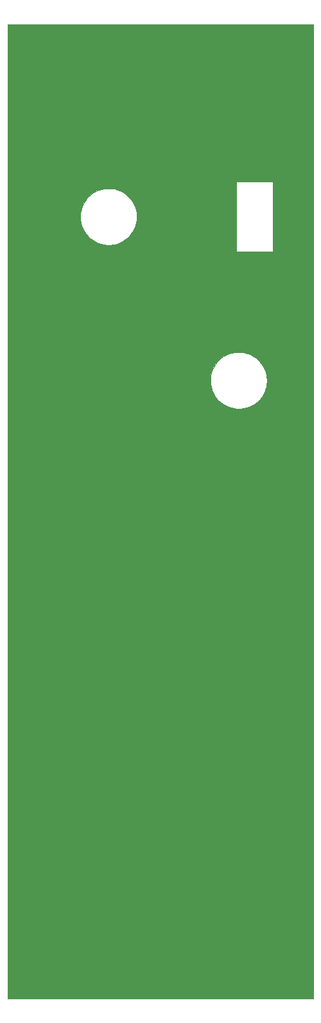
<source format=gbr>
%TF.GenerationSoftware,KiCad,Pcbnew,5.1.10*%
%TF.CreationDate,2021-05-10T15:11:08+02:00*%
%TF.ProjectId,ripples,72697070-6c65-4732-9e6b-696361645f70,rev?*%
%TF.SameCoordinates,Original*%
%TF.FileFunction,Copper,L2,Bot*%
%TF.FilePolarity,Positive*%
%FSLAX46Y46*%
G04 Gerber Fmt 4.6, Leading zero omitted, Abs format (unit mm)*
G04 Created by KiCad (PCBNEW 5.1.10) date 2021-05-10 15:11:08*
%MOMM*%
%LPD*%
G01*
G04 APERTURE LIST*
%TA.AperFunction,EtchedComponent*%
%ADD10C,0.010000*%
%TD*%
%TA.AperFunction,ComponentPad*%
%ADD11C,3.200000*%
%TD*%
%TA.AperFunction,ComponentPad*%
%ADD12C,6.250000*%
%TD*%
%TA.AperFunction,ComponentPad*%
%ADD13C,6.511829*%
%TD*%
G04 APERTURE END LIST*
D10*
%TO.C,G\u002A\u002A\u002A*%
G36*
X20150667Y-64262000D02*
G01*
X-20150666Y-64262000D01*
X-20150666Y17148611D01*
X6567877Y17148611D01*
X6600804Y16775862D01*
X6671017Y16407995D01*
X6778210Y16047909D01*
X6922078Y15698506D01*
X7102315Y15362685D01*
X7318617Y15043348D01*
X7570677Y14743396D01*
X7662906Y14647906D01*
X7956175Y14384248D01*
X8274465Y14153689D01*
X8614592Y13957760D01*
X8973374Y13797990D01*
X9347628Y13675908D01*
X9734170Y13593044D01*
X9907144Y13569422D01*
X10058832Y13558548D01*
X10238811Y13555690D01*
X10433905Y13560342D01*
X10630938Y13571995D01*
X10816735Y13590143D01*
X10952283Y13609656D01*
X11328320Y13695409D01*
X11690624Y13819760D01*
X12036590Y13980462D01*
X12363611Y14175268D01*
X12669084Y14401931D01*
X12950401Y14658204D01*
X13204959Y14941841D01*
X13430152Y15250594D01*
X13623374Y15582216D01*
X13782020Y15934461D01*
X13842469Y16102197D01*
X13897355Y16272667D01*
X13939995Y16421139D01*
X13971866Y16557432D01*
X13994445Y16691364D01*
X14009208Y16832752D01*
X14017632Y16991414D01*
X14021195Y17177168D01*
X14021617Y17293167D01*
X14020016Y17499200D01*
X14014272Y17672627D01*
X14002976Y17823090D01*
X13984718Y17960228D01*
X13958087Y18093681D01*
X13921674Y18233089D01*
X13874069Y18388092D01*
X13851340Y18457333D01*
X13706834Y18826417D01*
X13526948Y19174288D01*
X13313899Y19498875D01*
X13069909Y19798107D01*
X12797198Y20069909D01*
X12497984Y20312212D01*
X12174489Y20522941D01*
X11828931Y20700026D01*
X11463531Y20841394D01*
X11222014Y20911727D01*
X10930812Y20971133D01*
X10617849Y21008198D01*
X10297780Y21022174D01*
X9985256Y21012309D01*
X9752010Y20986971D01*
X9371001Y20909286D01*
X9001509Y20792126D01*
X8646675Y20637514D01*
X8309640Y20447472D01*
X7993546Y20224022D01*
X7701534Y19969185D01*
X7436746Y19684985D01*
X7202322Y19373443D01*
X7170418Y19325167D01*
X6973217Y18984046D01*
X6815134Y18630402D01*
X6695864Y18267136D01*
X6615101Y17897148D01*
X6572541Y17523339D01*
X6567877Y17148611D01*
X-20150666Y17148611D01*
X-20150666Y38805472D01*
X-10580840Y38805472D01*
X-10574855Y38613935D01*
X-10564322Y38491617D01*
X-10496981Y38088660D01*
X-10392302Y37705624D01*
X-10250176Y37342279D01*
X-10070496Y36998400D01*
X-9853156Y36673758D01*
X-9598047Y36368126D01*
X-9527010Y36293278D01*
X-9230183Y36016731D01*
X-8915302Y35778454D01*
X-8582195Y35578345D01*
X-8230690Y35416305D01*
X-7860617Y35292232D01*
X-7796879Y35275174D01*
X-7634358Y35235361D01*
X-7490207Y35205722D01*
X-7353427Y35185097D01*
X-7213015Y35172325D01*
X-7057971Y35166245D01*
X-6877294Y35165695D01*
X-6773333Y35167142D01*
X-6611506Y35170790D01*
X-6482303Y35175832D01*
X-6376015Y35183142D01*
X-6282936Y35193592D01*
X-6193358Y35208056D01*
X-6097576Y35227405D01*
X-6093614Y35228263D01*
X-5706016Y35333250D01*
X-5337545Y35474735D01*
X-4990143Y35650769D01*
X-4665751Y35859401D01*
X-4366310Y36098679D01*
X-4093763Y36366654D01*
X-3850050Y36661374D01*
X-3637113Y36980889D01*
X-3456894Y37323248D01*
X-3311333Y37686501D01*
X-3202374Y38068695D01*
X-3184269Y38151446D01*
X-3146329Y38385428D01*
X-3122904Y38642722D01*
X-3114576Y38907155D01*
X-3121926Y39162555D01*
X-3140795Y39359417D01*
X-3214258Y39753356D01*
X-3325481Y40130550D01*
X-3472562Y40489052D01*
X-3653598Y40826913D01*
X-3866687Y41142185D01*
X-4109925Y41432922D01*
X-4381412Y41697175D01*
X-4679243Y41932997D01*
X-5001517Y42138440D01*
X-5346331Y42311556D01*
X-5711782Y42450398D01*
X-6095968Y42553018D01*
X-6297083Y42590553D01*
X-6398605Y42602069D01*
X-6531735Y42610282D01*
X-6685878Y42615192D01*
X-6850439Y42616796D01*
X-7014820Y42615094D01*
X-7168427Y42610086D01*
X-7300664Y42601769D01*
X-7397750Y42590659D01*
X-7787973Y42507719D01*
X-8161592Y42387209D01*
X-8516527Y42231126D01*
X-8850700Y42041467D01*
X-9162031Y41820226D01*
X-9448443Y41569402D01*
X-9707856Y41290989D01*
X-9938191Y40986985D01*
X-10137370Y40659386D01*
X-10303313Y40310188D01*
X-10433943Y39941387D01*
X-10520014Y39592250D01*
X-10546787Y39421007D01*
X-10566231Y39223281D01*
X-10577774Y39013345D01*
X-10580840Y38805472D01*
X-20150666Y38805472D01*
X-20150666Y43476333D01*
X10011834Y43476333D01*
X10011834Y34290000D01*
X14795500Y34290000D01*
X14795500Y43476333D01*
X10011834Y43476333D01*
X-20150666Y43476333D01*
X-20150666Y64240833D01*
X20150667Y64240833D01*
X20150667Y-64262000D01*
G37*
X20150667Y-64262000D02*
X-20150666Y-64262000D01*
X-20150666Y17148611D01*
X6567877Y17148611D01*
X6600804Y16775862D01*
X6671017Y16407995D01*
X6778210Y16047909D01*
X6922078Y15698506D01*
X7102315Y15362685D01*
X7318617Y15043348D01*
X7570677Y14743396D01*
X7662906Y14647906D01*
X7956175Y14384248D01*
X8274465Y14153689D01*
X8614592Y13957760D01*
X8973374Y13797990D01*
X9347628Y13675908D01*
X9734170Y13593044D01*
X9907144Y13569422D01*
X10058832Y13558548D01*
X10238811Y13555690D01*
X10433905Y13560342D01*
X10630938Y13571995D01*
X10816735Y13590143D01*
X10952283Y13609656D01*
X11328320Y13695409D01*
X11690624Y13819760D01*
X12036590Y13980462D01*
X12363611Y14175268D01*
X12669084Y14401931D01*
X12950401Y14658204D01*
X13204959Y14941841D01*
X13430152Y15250594D01*
X13623374Y15582216D01*
X13782020Y15934461D01*
X13842469Y16102197D01*
X13897355Y16272667D01*
X13939995Y16421139D01*
X13971866Y16557432D01*
X13994445Y16691364D01*
X14009208Y16832752D01*
X14017632Y16991414D01*
X14021195Y17177168D01*
X14021617Y17293167D01*
X14020016Y17499200D01*
X14014272Y17672627D01*
X14002976Y17823090D01*
X13984718Y17960228D01*
X13958087Y18093681D01*
X13921674Y18233089D01*
X13874069Y18388092D01*
X13851340Y18457333D01*
X13706834Y18826417D01*
X13526948Y19174288D01*
X13313899Y19498875D01*
X13069909Y19798107D01*
X12797198Y20069909D01*
X12497984Y20312212D01*
X12174489Y20522941D01*
X11828931Y20700026D01*
X11463531Y20841394D01*
X11222014Y20911727D01*
X10930812Y20971133D01*
X10617849Y21008198D01*
X10297780Y21022174D01*
X9985256Y21012309D01*
X9752010Y20986971D01*
X9371001Y20909286D01*
X9001509Y20792126D01*
X8646675Y20637514D01*
X8309640Y20447472D01*
X7993546Y20224022D01*
X7701534Y19969185D01*
X7436746Y19684985D01*
X7202322Y19373443D01*
X7170418Y19325167D01*
X6973217Y18984046D01*
X6815134Y18630402D01*
X6695864Y18267136D01*
X6615101Y17897148D01*
X6572541Y17523339D01*
X6567877Y17148611D01*
X-20150666Y17148611D01*
X-20150666Y38805472D01*
X-10580840Y38805472D01*
X-10574855Y38613935D01*
X-10564322Y38491617D01*
X-10496981Y38088660D01*
X-10392302Y37705624D01*
X-10250176Y37342279D01*
X-10070496Y36998400D01*
X-9853156Y36673758D01*
X-9598047Y36368126D01*
X-9527010Y36293278D01*
X-9230183Y36016731D01*
X-8915302Y35778454D01*
X-8582195Y35578345D01*
X-8230690Y35416305D01*
X-7860617Y35292232D01*
X-7796879Y35275174D01*
X-7634358Y35235361D01*
X-7490207Y35205722D01*
X-7353427Y35185097D01*
X-7213015Y35172325D01*
X-7057971Y35166245D01*
X-6877294Y35165695D01*
X-6773333Y35167142D01*
X-6611506Y35170790D01*
X-6482303Y35175832D01*
X-6376015Y35183142D01*
X-6282936Y35193592D01*
X-6193358Y35208056D01*
X-6097576Y35227405D01*
X-6093614Y35228263D01*
X-5706016Y35333250D01*
X-5337545Y35474735D01*
X-4990143Y35650769D01*
X-4665751Y35859401D01*
X-4366310Y36098679D01*
X-4093763Y36366654D01*
X-3850050Y36661374D01*
X-3637113Y36980889D01*
X-3456894Y37323248D01*
X-3311333Y37686501D01*
X-3202374Y38068695D01*
X-3184269Y38151446D01*
X-3146329Y38385428D01*
X-3122904Y38642722D01*
X-3114576Y38907155D01*
X-3121926Y39162555D01*
X-3140795Y39359417D01*
X-3214258Y39753356D01*
X-3325481Y40130550D01*
X-3472562Y40489052D01*
X-3653598Y40826913D01*
X-3866687Y41142185D01*
X-4109925Y41432922D01*
X-4381412Y41697175D01*
X-4679243Y41932997D01*
X-5001517Y42138440D01*
X-5346331Y42311556D01*
X-5711782Y42450398D01*
X-6095968Y42553018D01*
X-6297083Y42590553D01*
X-6398605Y42602069D01*
X-6531735Y42610282D01*
X-6685878Y42615192D01*
X-6850439Y42616796D01*
X-7014820Y42615094D01*
X-7168427Y42610086D01*
X-7300664Y42601769D01*
X-7397750Y42590659D01*
X-7787973Y42507719D01*
X-8161592Y42387209D01*
X-8516527Y42231126D01*
X-8850700Y42041467D01*
X-9162031Y41820226D01*
X-9448443Y41569402D01*
X-9707856Y41290989D01*
X-9938191Y40986985D01*
X-10137370Y40659386D01*
X-10303313Y40310188D01*
X-10433943Y39941387D01*
X-10520014Y39592250D01*
X-10546787Y39421007D01*
X-10566231Y39223281D01*
X-10577774Y39013345D01*
X-10580840Y38805472D01*
X-20150666Y38805472D01*
X-20150666Y43476333D01*
X10011834Y43476333D01*
X10011834Y34290000D01*
X14795500Y34290000D01*
X14795500Y43476333D01*
X10011834Y43476333D01*
X-20150666Y43476333D01*
X-20150666Y64240833D01*
X20150667Y64240833D01*
X20150667Y-64262000D01*
%TD*%
D11*
%TO.P,,1*%
%TO.N,N/C*%
X-12650000Y61250000D03*
%TD*%
%TO.P,,2*%
%TO.N,N/C*%
X-12650000Y-61250000D03*
%TD*%
D12*
%TO.P,,3*%
%TO.N,N/C*%
X-12078449Y-17650444D03*
%TD*%
%TO.P,,4*%
%TO.N,N/C*%
X1452Y-17650444D03*
%TD*%
%TO.P,,5*%
%TO.N,N/C*%
X12062060Y-17650444D03*
%TD*%
%TO.P,,6*%
%TO.N,N/C*%
X-12078449Y-32250786D03*
%TD*%
%TO.P,,7*%
%TO.N,N/C*%
X1452Y-32250786D03*
%TD*%
%TO.P,,8*%
%TO.N,N/C*%
X12062060Y-32250786D03*
%TD*%
%TO.P,,9*%
%TO.N,N/C*%
X-12068874Y-46851630D03*
%TD*%
%TO.P,,10*%
%TO.N,N/C*%
X11026Y-46851630D03*
%TD*%
%TO.P,,11*%
%TO.N,N/C*%
X12071635Y-46851630D03*
%TD*%
D11*
%TO.P,,12*%
%TO.N,N/C*%
X-15448345Y-25900574D03*
%TD*%
%TO.P,,13*%
%TO.N,N/C*%
X-15448345Y-11300476D03*
%TD*%
D13*
%TO.P,,14*%
%TO.N,N/C*%
X-12098649Y-1750465D03*
%TD*%
%TO.P,,15*%
%TO.N,N/C*%
X1382Y-1750465D03*
%TD*%
M02*

</source>
